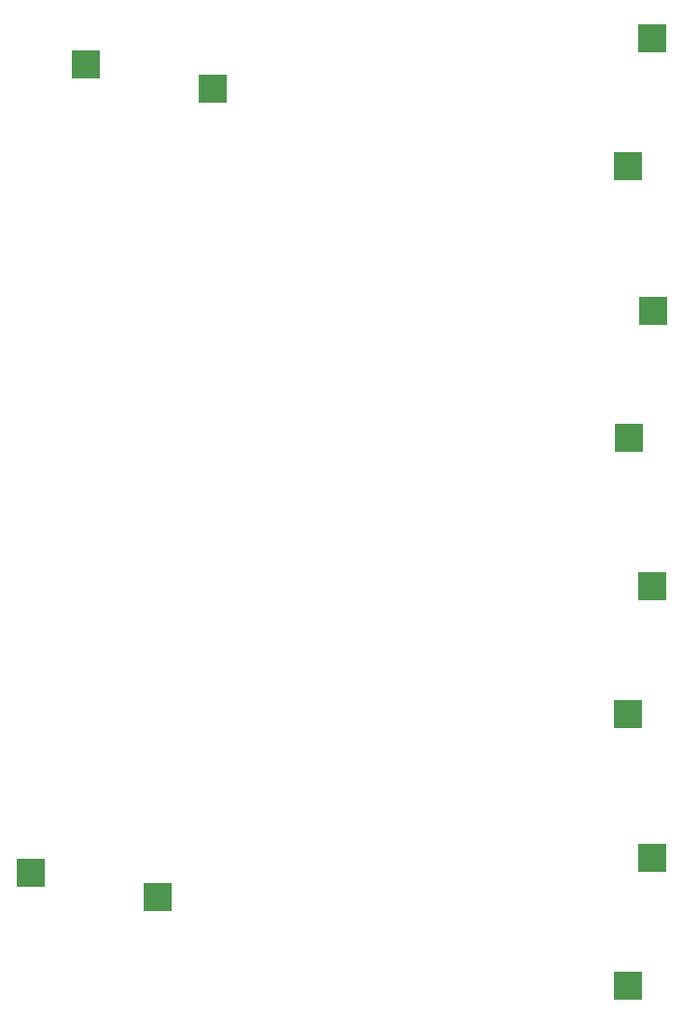
<source format=gbr>
G04 #@! TF.GenerationSoftware,KiCad,Pcbnew,9.0.2*
G04 #@! TF.CreationDate,2025-10-02T21:33:58-04:00*
G04 #@! TF.ProjectId,Trackball,54726163-6b62-4616-9c6c-2e6b69636164,rev?*
G04 #@! TF.SameCoordinates,Original*
G04 #@! TF.FileFunction,Paste,Bot*
G04 #@! TF.FilePolarity,Positive*
%FSLAX46Y46*%
G04 Gerber Fmt 4.6, Leading zero omitted, Abs format (unit mm)*
G04 Created by KiCad (PCBNEW 9.0.2) date 2025-10-02 21:33:58*
%MOMM*%
%LPD*%
G01*
G04 APERTURE LIST*
%ADD10R,2.600000X2.600000*%
G04 APERTURE END LIST*
D10*
X310900000Y-138984000D03*
X299350000Y-136784000D03*
X304350000Y-63466000D03*
X315900000Y-65666000D03*
X355768000Y-110850000D03*
X353568000Y-122400000D03*
X355825000Y-85800000D03*
X353625000Y-97350000D03*
X355768000Y-135459000D03*
X353568000Y-147009000D03*
X355768000Y-61141000D03*
X353568000Y-72691000D03*
M02*

</source>
